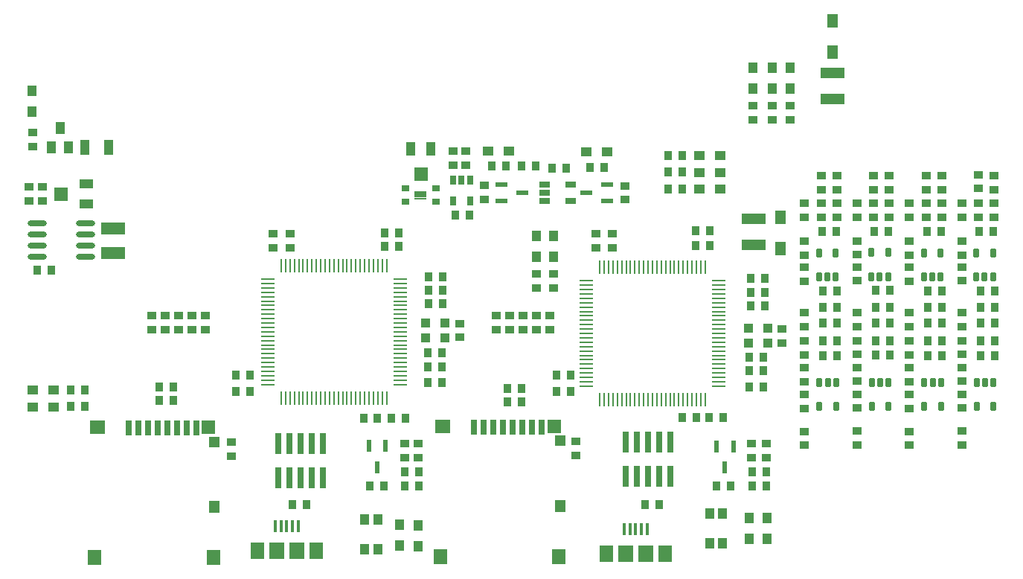
<source format=gtp>
G04*
G04 #@! TF.GenerationSoftware,Altium Limited,Altium Designer,18.1.9 (240)*
G04*
G04 Layer_Color=8421504*
%FSLAX25Y25*%
%MOIN*%
G70*
G01*
G75*
%ADD17R,0.05512X0.02362*%
%ADD18R,0.03937X0.03543*%
%ADD19R,0.04331X0.04921*%
%ADD20R,0.01575X0.05315*%
%ADD21R,0.07087X0.07480*%
%ADD22R,0.03543X0.03937*%
%ADD23R,0.02362X0.05315*%
%ADD24R,0.04134X0.04528*%
%ADD25R,0.04331X0.03858*%
%ADD26R,0.04724X0.06299*%
%ADD27R,0.10630X0.04528*%
%ADD28R,0.04921X0.04331*%
%ADD29R,0.05315X0.02362*%
%ADD30R,0.04724X0.02559*%
%ADD31R,0.02756X0.03937*%
%ADD32R,0.06299X0.06299*%
%ADD33R,0.04291X0.06299*%
%ADD34R,0.03543X0.02756*%
%ADD35R,0.05512X0.00787*%
%ADD36R,0.02992X0.09449*%
%ADD37O,0.06102X0.00984*%
%ADD38O,0.00984X0.06102*%
%ADD39R,0.06693X0.05906*%
%ADD40R,0.03150X0.06614*%
%ADD41R,0.06299X0.05906*%
%ADD42R,0.05079X0.05118*%
%ADD43R,0.05079X0.05512*%
%ADD44R,0.05906X0.06693*%
%ADD45R,0.04134X0.06693*%
%ADD46R,0.03937X0.05512*%
%ADD47R,0.10630X0.05512*%
%ADD48O,0.08661X0.02756*%
%ADD49R,0.06299X0.06299*%
%ADD50R,0.06299X0.04291*%
G04:AMPARAMS|DCode=51|XSize=23.62mil|YSize=39.37mil|CornerRadius=2.01mil|HoleSize=0mil|Usage=FLASHONLY|Rotation=0.000|XOffset=0mil|YOffset=0mil|HoleType=Round|Shape=RoundedRectangle|*
%AMROUNDEDRECTD51*
21,1,0.02362,0.03535,0,0,0.0*
21,1,0.01961,0.03937,0,0,0.0*
1,1,0.00402,0.00980,-0.01768*
1,1,0.00402,-0.00980,-0.01768*
1,1,0.00402,-0.00980,0.01768*
1,1,0.00402,0.00980,0.01768*
%
%ADD51ROUNDEDRECTD51*%
%ADD52R,0.05858X0.07480*%
D17*
X356500Y265476D02*
D03*
D18*
X522000Y305480D02*
D03*
Y299181D02*
D03*
X513982Y305480D02*
D03*
Y299181D02*
D03*
X505482Y305480D02*
D03*
Y299181D02*
D03*
X511394Y148035D02*
D03*
Y154335D02*
D03*
X504894Y154335D02*
D03*
Y148035D02*
D03*
X518567Y205650D02*
D03*
Y199350D02*
D03*
X448000Y269701D02*
D03*
Y263402D02*
D03*
X385000Y263457D02*
D03*
Y269756D02*
D03*
X376898Y278850D02*
D03*
Y285150D02*
D03*
X370953Y285197D02*
D03*
Y278898D02*
D03*
X426000Y155150D02*
D03*
Y148850D02*
D03*
X414500Y205169D02*
D03*
Y211469D02*
D03*
X408500Y205169D02*
D03*
Y211469D02*
D03*
X402500Y205169D02*
D03*
Y211469D02*
D03*
X396500Y205169D02*
D03*
Y211469D02*
D03*
X390500Y205169D02*
D03*
Y211469D02*
D03*
X416000Y223850D02*
D03*
Y230150D02*
D03*
X408500Y223850D02*
D03*
Y230150D02*
D03*
X435000Y241799D02*
D03*
Y248098D02*
D03*
X442500Y241799D02*
D03*
Y248098D02*
D03*
X349335Y154262D02*
D03*
Y147963D02*
D03*
X355606Y147963D02*
D03*
Y154262D02*
D03*
X374256Y208026D02*
D03*
Y201726D02*
D03*
X298028Y241799D02*
D03*
Y248098D02*
D03*
X290500Y241799D02*
D03*
Y248098D02*
D03*
X182874Y293650D02*
D03*
Y287350D02*
D03*
X187000Y262850D02*
D03*
Y269150D02*
D03*
X181000Y262850D02*
D03*
Y269150D02*
D03*
X271657Y154762D02*
D03*
Y148463D02*
D03*
X260157Y205187D02*
D03*
Y211486D02*
D03*
X254157Y205187D02*
D03*
Y211486D02*
D03*
X248158Y205187D02*
D03*
Y211486D02*
D03*
X242158Y205187D02*
D03*
Y211486D02*
D03*
X236157Y205187D02*
D03*
Y211486D02*
D03*
X606500Y268409D02*
D03*
Y274709D02*
D03*
X528500Y170000D02*
D03*
Y176299D02*
D03*
Y182000D02*
D03*
Y188299D02*
D03*
Y227000D02*
D03*
Y233299D02*
D03*
Y238650D02*
D03*
Y244949D02*
D03*
Y261799D02*
D03*
Y255500D02*
D03*
X536000Y261799D02*
D03*
Y255500D02*
D03*
X528500Y153388D02*
D03*
Y159687D02*
D03*
X536000Y267850D02*
D03*
Y274150D02*
D03*
X528500Y194000D02*
D03*
Y200299D02*
D03*
Y206500D02*
D03*
Y212799D02*
D03*
X543000Y255500D02*
D03*
Y261799D02*
D03*
Y274150D02*
D03*
Y267850D02*
D03*
X552000Y170075D02*
D03*
Y176374D02*
D03*
Y182075D02*
D03*
Y188374D02*
D03*
Y227075D02*
D03*
Y233374D02*
D03*
Y238724D02*
D03*
Y245024D02*
D03*
Y261874D02*
D03*
Y255575D02*
D03*
X559500Y261874D02*
D03*
Y255575D02*
D03*
X552000Y153463D02*
D03*
Y159762D02*
D03*
X559500Y267925D02*
D03*
Y274224D02*
D03*
X552000Y194075D02*
D03*
Y200374D02*
D03*
Y206575D02*
D03*
Y212874D02*
D03*
X566500Y255575D02*
D03*
Y261874D02*
D03*
Y274224D02*
D03*
Y267925D02*
D03*
X575500Y170000D02*
D03*
Y176299D02*
D03*
Y182000D02*
D03*
Y188299D02*
D03*
Y227000D02*
D03*
Y233299D02*
D03*
Y238650D02*
D03*
Y244949D02*
D03*
Y261799D02*
D03*
Y255500D02*
D03*
X583000Y261799D02*
D03*
Y255500D02*
D03*
X575500Y153388D02*
D03*
Y159687D02*
D03*
X583000Y267850D02*
D03*
Y274150D02*
D03*
X575500Y194000D02*
D03*
Y200299D02*
D03*
Y206500D02*
D03*
Y212799D02*
D03*
X590000Y255500D02*
D03*
Y261799D02*
D03*
Y274150D02*
D03*
Y267850D02*
D03*
X599000Y170059D02*
D03*
Y176358D02*
D03*
Y182059D02*
D03*
Y188358D02*
D03*
Y227059D02*
D03*
Y233358D02*
D03*
Y238709D02*
D03*
Y245008D02*
D03*
Y261858D02*
D03*
Y255559D02*
D03*
X606500Y261858D02*
D03*
Y255559D02*
D03*
X599000Y153447D02*
D03*
Y159746D02*
D03*
Y194059D02*
D03*
Y200358D02*
D03*
Y206559D02*
D03*
Y212858D02*
D03*
X613500Y255559D02*
D03*
Y261858D02*
D03*
Y274209D02*
D03*
Y267910D02*
D03*
D19*
X522000Y322457D02*
D03*
Y313205D02*
D03*
X514000Y322457D02*
D03*
Y313205D02*
D03*
X505482Y322457D02*
D03*
Y313205D02*
D03*
X503894Y120811D02*
D03*
Y111559D02*
D03*
X511894Y120811D02*
D03*
Y111559D02*
D03*
X416000Y247126D02*
D03*
Y237874D02*
D03*
X408500Y247126D02*
D03*
Y237874D02*
D03*
X355301Y117626D02*
D03*
Y108374D02*
D03*
X347098Y117738D02*
D03*
Y108486D02*
D03*
X182500Y312252D02*
D03*
Y303000D02*
D03*
D20*
X447732Y116024D02*
D03*
X450291D02*
D03*
X452850D02*
D03*
X455409D02*
D03*
X457969D02*
D03*
X291455Y117301D02*
D03*
X294014D02*
D03*
X296573D02*
D03*
X299132D02*
D03*
X301691D02*
D03*
D21*
X457378Y105000D02*
D03*
X448323D02*
D03*
X301100Y106278D02*
D03*
X292045D02*
D03*
D22*
X492150Y166049D02*
D03*
X485850D02*
D03*
X473894D02*
D03*
X480193D02*
D03*
X495543Y135185D02*
D03*
X489244D02*
D03*
X457181Y127000D02*
D03*
X463480D02*
D03*
X511543Y135185D02*
D03*
X505244D02*
D03*
X505244Y141685D02*
D03*
X511543D02*
D03*
X503688Y179500D02*
D03*
X509988D02*
D03*
X503688Y187000D02*
D03*
X509988D02*
D03*
X503688Y193000D02*
D03*
X509988D02*
D03*
X504350Y228175D02*
D03*
X510650D02*
D03*
X504350Y221876D02*
D03*
X510650D02*
D03*
Y216000D02*
D03*
X504350D02*
D03*
X467589Y283150D02*
D03*
X473888D02*
D03*
X467589Y275734D02*
D03*
X473888D02*
D03*
X467589Y268236D02*
D03*
X473888D02*
D03*
X438650Y278000D02*
D03*
X432350D02*
D03*
X415350Y277500D02*
D03*
X421650D02*
D03*
X408150Y278500D02*
D03*
X401850D02*
D03*
X388350D02*
D03*
X394650D02*
D03*
X372201Y256500D02*
D03*
X378500D02*
D03*
X395350Y179000D02*
D03*
X401650D02*
D03*
X423650Y177500D02*
D03*
X417350D02*
D03*
X423650Y185000D02*
D03*
X417350D02*
D03*
X299016Y126884D02*
D03*
X305315D02*
D03*
X349650Y165612D02*
D03*
X343350D02*
D03*
X330957D02*
D03*
X337256D02*
D03*
X340205Y135112D02*
D03*
X333906D02*
D03*
X355756D02*
D03*
X349457D02*
D03*
X349457Y141612D02*
D03*
X355756D02*
D03*
X359850Y181455D02*
D03*
X366150D02*
D03*
X359850Y188621D02*
D03*
X366150D02*
D03*
X359756Y194876D02*
D03*
X366055D02*
D03*
X366500Y216833D02*
D03*
X360201D02*
D03*
Y228882D02*
D03*
X366500D02*
D03*
X360201Y222882D02*
D03*
X366500D02*
D03*
X340350Y242500D02*
D03*
X346650D02*
D03*
X340350Y248500D02*
D03*
X346650D02*
D03*
X191150Y232000D02*
D03*
X184850D02*
D03*
X206150Y178124D02*
D03*
X199850D02*
D03*
X206150Y171000D02*
D03*
X199850D02*
D03*
X239508Y179612D02*
D03*
X245807D02*
D03*
X239508Y173612D02*
D03*
X245807D02*
D03*
X280000Y177500D02*
D03*
X273701D02*
D03*
X280000Y185000D02*
D03*
X273701D02*
D03*
X536850Y208150D02*
D03*
X543150D02*
D03*
X542650Y249150D02*
D03*
X536350D02*
D03*
X536850Y200150D02*
D03*
X543150D02*
D03*
Y222650D02*
D03*
X536850D02*
D03*
X543150Y193650D02*
D03*
X536850D02*
D03*
X543150Y215150D02*
D03*
X536850D02*
D03*
X560350Y208224D02*
D03*
X566650D02*
D03*
X566150Y249224D02*
D03*
X559850D02*
D03*
X560350Y200224D02*
D03*
X566650D02*
D03*
Y222724D02*
D03*
X560350D02*
D03*
X566650Y193724D02*
D03*
X560350D02*
D03*
X566650Y215224D02*
D03*
X560350D02*
D03*
X583850Y208150D02*
D03*
X590150D02*
D03*
X589650Y249150D02*
D03*
X583350D02*
D03*
X583850Y200150D02*
D03*
X590150D02*
D03*
Y222650D02*
D03*
X583850D02*
D03*
X590150Y193650D02*
D03*
X583850D02*
D03*
X590150Y215150D02*
D03*
X583850D02*
D03*
X607350Y208209D02*
D03*
X613650D02*
D03*
X613150Y249209D02*
D03*
X606850D02*
D03*
X607350Y200209D02*
D03*
X613650D02*
D03*
Y222709D02*
D03*
X607350D02*
D03*
X613650Y193709D02*
D03*
X607350D02*
D03*
X613650Y215209D02*
D03*
X607350D02*
D03*
X401650Y172850D02*
D03*
X395350D02*
D03*
X486000Y242949D02*
D03*
X479701D02*
D03*
X486039Y249500D02*
D03*
X479740D02*
D03*
D23*
X496634Y152909D02*
D03*
X489153D02*
D03*
X492894Y143461D02*
D03*
X340795Y153061D02*
D03*
X333315D02*
D03*
X337055Y143612D02*
D03*
D24*
X491748Y109716D02*
D03*
Y122906D02*
D03*
X486039Y109716D02*
D03*
Y122906D02*
D03*
X337303Y107018D02*
D03*
Y120207D02*
D03*
X331594Y107018D02*
D03*
Y120207D02*
D03*
D25*
X512264Y205955D02*
D03*
X503602D02*
D03*
Y199262D02*
D03*
X512264D02*
D03*
X367480Y208215D02*
D03*
X358819D02*
D03*
Y201522D02*
D03*
X367480D02*
D03*
D26*
X517762Y255685D02*
D03*
Y241512D02*
D03*
X541000Y343569D02*
D03*
Y329396D02*
D03*
D27*
X505762Y243193D02*
D03*
Y255004D02*
D03*
X541000Y320295D02*
D03*
Y308484D02*
D03*
D28*
X490865Y283150D02*
D03*
X481613D02*
D03*
X490865Y275650D02*
D03*
X481613D02*
D03*
X490865Y268236D02*
D03*
X481613D02*
D03*
X440126Y285000D02*
D03*
X430874D02*
D03*
X396126Y285150D02*
D03*
X386874D02*
D03*
X182874Y178124D02*
D03*
X192126D02*
D03*
X182874Y170612D02*
D03*
X192126D02*
D03*
D29*
X430776Y266500D02*
D03*
X440224Y270240D02*
D03*
Y262760D02*
D03*
X402224Y266559D02*
D03*
X392776Y262819D02*
D03*
Y270299D02*
D03*
D30*
X412193Y270299D02*
D03*
Y266559D02*
D03*
Y262819D02*
D03*
X423807D02*
D03*
Y270299D02*
D03*
D31*
X371158Y262776D02*
D03*
X378638D02*
D03*
X371158Y272224D02*
D03*
X374898D02*
D03*
X378638D02*
D03*
D32*
X356665Y274968D02*
D03*
D33*
X361213Y286385D02*
D03*
X352118D02*
D03*
D34*
X363500Y268406D02*
D03*
Y262500D02*
D03*
X349744Y262547D02*
D03*
Y268453D02*
D03*
D35*
X356500Y267051D02*
D03*
X356500Y264000D02*
D03*
D36*
X448323Y139425D02*
D03*
X453323D02*
D03*
X458323D02*
D03*
X463323D02*
D03*
X468323D02*
D03*
Y154780D02*
D03*
X463323D02*
D03*
X458323D02*
D03*
X453323D02*
D03*
X448323D02*
D03*
X292665Y138884D02*
D03*
X297665D02*
D03*
X302665D02*
D03*
X307665D02*
D03*
X312665D02*
D03*
Y154238D02*
D03*
X307665D02*
D03*
X302665D02*
D03*
X297665D02*
D03*
X292665D02*
D03*
D37*
X347339Y180648D02*
D03*
Y182616D02*
D03*
Y184585D02*
D03*
Y186553D02*
D03*
Y188522D02*
D03*
Y190490D02*
D03*
Y192459D02*
D03*
Y194427D02*
D03*
Y196396D02*
D03*
Y198364D02*
D03*
Y200333D02*
D03*
Y202301D02*
D03*
Y204270D02*
D03*
Y206238D02*
D03*
Y208207D02*
D03*
Y210175D02*
D03*
Y212144D02*
D03*
Y214112D02*
D03*
Y216081D02*
D03*
Y218049D02*
D03*
Y220018D02*
D03*
Y221986D02*
D03*
Y223955D02*
D03*
Y225923D02*
D03*
Y227892D02*
D03*
X288087D02*
D03*
Y225923D02*
D03*
Y223955D02*
D03*
Y221986D02*
D03*
Y220018D02*
D03*
Y218049D02*
D03*
Y216081D02*
D03*
Y214112D02*
D03*
Y212144D02*
D03*
Y210175D02*
D03*
Y208207D02*
D03*
Y206238D02*
D03*
Y204270D02*
D03*
Y202301D02*
D03*
Y200333D02*
D03*
Y198364D02*
D03*
Y196396D02*
D03*
Y194427D02*
D03*
Y192459D02*
D03*
Y190490D02*
D03*
Y188522D02*
D03*
Y186553D02*
D03*
Y184585D02*
D03*
Y182616D02*
D03*
Y180648D02*
D03*
X430811Y179919D02*
D03*
Y181888D02*
D03*
Y183856D02*
D03*
Y185825D02*
D03*
Y187793D02*
D03*
Y189762D02*
D03*
Y191730D02*
D03*
Y193699D02*
D03*
Y195667D02*
D03*
Y197636D02*
D03*
Y199604D02*
D03*
Y201573D02*
D03*
Y203541D02*
D03*
Y205510D02*
D03*
Y207478D02*
D03*
Y209447D02*
D03*
Y211415D02*
D03*
Y213384D02*
D03*
Y215352D02*
D03*
Y217321D02*
D03*
Y219289D02*
D03*
Y221258D02*
D03*
Y223226D02*
D03*
Y225195D02*
D03*
Y227163D02*
D03*
X490063D02*
D03*
Y225195D02*
D03*
Y223226D02*
D03*
Y221258D02*
D03*
Y219289D02*
D03*
Y217321D02*
D03*
Y215352D02*
D03*
Y213384D02*
D03*
Y211415D02*
D03*
Y209447D02*
D03*
Y207478D02*
D03*
Y205510D02*
D03*
Y203541D02*
D03*
Y201573D02*
D03*
Y199604D02*
D03*
Y197636D02*
D03*
Y195667D02*
D03*
Y193699D02*
D03*
Y191730D02*
D03*
Y189762D02*
D03*
Y187793D02*
D03*
Y185825D02*
D03*
Y183856D02*
D03*
Y181888D02*
D03*
Y179919D02*
D03*
D38*
X341335Y233896D02*
D03*
X339366D02*
D03*
X337398D02*
D03*
X335429D02*
D03*
X333461D02*
D03*
X331492D02*
D03*
X329524D02*
D03*
X327555D02*
D03*
X325587D02*
D03*
X323618D02*
D03*
X321650D02*
D03*
X319681D02*
D03*
X317713D02*
D03*
X315744D02*
D03*
X313776D02*
D03*
X311807D02*
D03*
X309839D02*
D03*
X307870D02*
D03*
X305902D02*
D03*
X303933D02*
D03*
X301965D02*
D03*
X299996D02*
D03*
X298028D02*
D03*
X296059D02*
D03*
X294091D02*
D03*
Y174644D02*
D03*
X296059D02*
D03*
X298028D02*
D03*
X299996D02*
D03*
X301965D02*
D03*
X303933D02*
D03*
X305902D02*
D03*
X307870D02*
D03*
X309839D02*
D03*
X311807D02*
D03*
X313776D02*
D03*
X315744D02*
D03*
X317713D02*
D03*
X319681D02*
D03*
X321650D02*
D03*
X323618D02*
D03*
X325587D02*
D03*
X327555D02*
D03*
X329524D02*
D03*
X331492D02*
D03*
X333461D02*
D03*
X335429D02*
D03*
X337398D02*
D03*
X339366D02*
D03*
X341335D02*
D03*
X484059Y173915D02*
D03*
X482091D02*
D03*
X480122D02*
D03*
X478154D02*
D03*
X476185D02*
D03*
X474217D02*
D03*
X472248D02*
D03*
X470280D02*
D03*
X468311D02*
D03*
X466342D02*
D03*
X464374D02*
D03*
X462405D02*
D03*
X460437D02*
D03*
X458468D02*
D03*
X456500D02*
D03*
X454531D02*
D03*
X452563D02*
D03*
X450595D02*
D03*
X448626D02*
D03*
X446658D02*
D03*
X444689D02*
D03*
X442721D02*
D03*
X440752D02*
D03*
X438784D02*
D03*
X436815D02*
D03*
Y233167D02*
D03*
X438784D02*
D03*
X440752D02*
D03*
X442721D02*
D03*
X444689D02*
D03*
X446658D02*
D03*
X448626D02*
D03*
X450595D02*
D03*
X452563D02*
D03*
X454531D02*
D03*
X456500D02*
D03*
X458468D02*
D03*
X460437D02*
D03*
X462405D02*
D03*
X464374D02*
D03*
X466342D02*
D03*
X468311D02*
D03*
X470280D02*
D03*
X472248D02*
D03*
X474217D02*
D03*
X476185D02*
D03*
X478154D02*
D03*
X480122D02*
D03*
X482091D02*
D03*
X484059D02*
D03*
D39*
X366606Y161929D02*
D03*
X211713Y161541D02*
D03*
D40*
X380583Y161575D02*
D03*
X384913D02*
D03*
X389244D02*
D03*
X393575D02*
D03*
X397905D02*
D03*
X402236D02*
D03*
X406567D02*
D03*
X410898D02*
D03*
X225689Y161187D02*
D03*
X230020D02*
D03*
X234350D02*
D03*
X238681D02*
D03*
X243012D02*
D03*
X247343D02*
D03*
X251673D02*
D03*
X256004D02*
D03*
D41*
X416449Y161929D02*
D03*
X261555Y161541D02*
D03*
D42*
X418988Y155433D02*
D03*
X264094Y155045D02*
D03*
D43*
X418988Y126299D02*
D03*
X264094Y125911D02*
D03*
D44*
X418575Y103465D02*
D03*
X365425D02*
D03*
X263681Y103077D02*
D03*
X210531D02*
D03*
D45*
X206283Y286959D02*
D03*
X216717D02*
D03*
D46*
X198740D02*
D03*
X195000Y295620D02*
D03*
X191260Y286959D02*
D03*
D47*
X218707Y239636D02*
D03*
Y250463D02*
D03*
D48*
X206533Y238049D02*
D03*
Y243049D02*
D03*
Y248049D02*
D03*
Y253049D02*
D03*
X184880Y238049D02*
D03*
Y243049D02*
D03*
Y248049D02*
D03*
Y253049D02*
D03*
D49*
X195500Y266000D02*
D03*
D50*
X206917Y261453D02*
D03*
Y270547D02*
D03*
D51*
X542740Y170736D02*
D03*
X535260D02*
D03*
Y181563D02*
D03*
X539000D02*
D03*
X542740D02*
D03*
X535000Y239650D02*
D03*
X542480D02*
D03*
Y228823D02*
D03*
X538740D02*
D03*
X535000D02*
D03*
X566240Y170811D02*
D03*
X558760D02*
D03*
Y181638D02*
D03*
X562500D02*
D03*
X566240D02*
D03*
X558500Y239724D02*
D03*
X565980D02*
D03*
Y228898D02*
D03*
X562240D02*
D03*
X558500D02*
D03*
X589740Y170736D02*
D03*
X582260D02*
D03*
Y181563D02*
D03*
X586000D02*
D03*
X589740D02*
D03*
X582000Y239650D02*
D03*
X589480D02*
D03*
Y228823D02*
D03*
X585740D02*
D03*
X582000D02*
D03*
X613240Y170795D02*
D03*
X605760D02*
D03*
Y181622D02*
D03*
X609500D02*
D03*
X613240D02*
D03*
X605500Y239709D02*
D03*
X612980D02*
D03*
Y228882D02*
D03*
X609240D02*
D03*
X605500D02*
D03*
D52*
X466016Y105000D02*
D03*
X439685Y105000D02*
D03*
X309738Y106278D02*
D03*
X283407Y106278D02*
D03*
M02*

</source>
